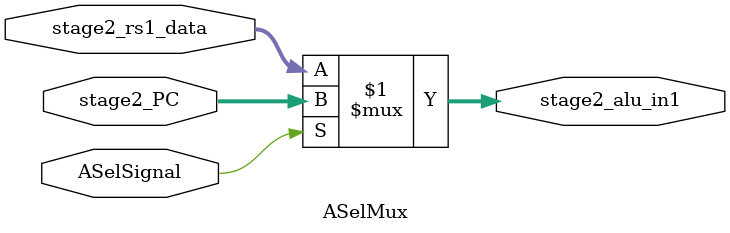
<source format=v>

module ASelMux (
	input [31:0] stage2_PC,
	input [31:0] stage2_rs1_data,
	input ASelSignal,
	output [31:0] stage2_alu_in1
);

assign stage2_alu_in1 = (ASelSignal)? stage2_PC : stage2_rs1_data;

endmodule
</source>
